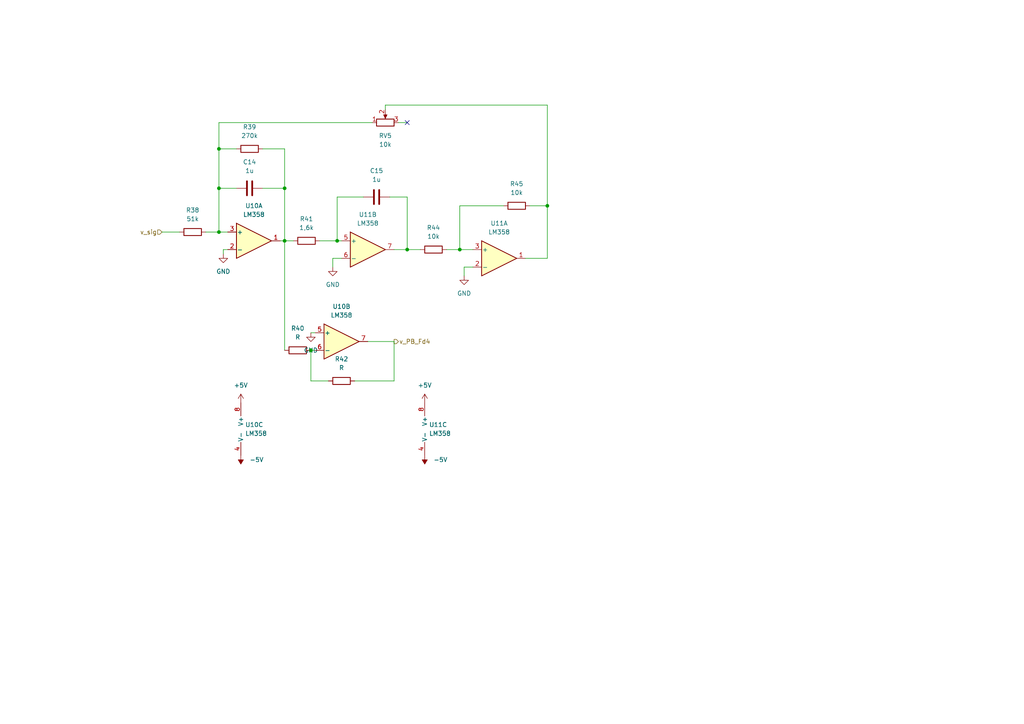
<source format=kicad_sch>
(kicad_sch (version 20211123) (generator eeschema)
  (paper "A4")
  (lib_symbols
    (symbol "Amplifier_Operational:LM358" (pin_names (offset 0.127))
      (property "Reference" "U" (at 0 5.08 0))
      (property "Value" "LM358" (at 0 -5.08 0))
      (symbol "LM358_1_1"
        (polyline (pts (xy -5.08 5.08) (xy 5.08 0) (xy -5.08 -5.08) (xy -5.08 5.08)) (stroke (width 0.254)) (fill (type background)))
        (pin output line (at 7.62 0 180) (length 2.54) (name "~") (number "1"))
        (pin input line (at -7.62 -2.54 0) (length 2.54) (name "-") (number "2"))
        (pin input line (at -7.62 2.54 0) (length 2.54) (name "+") (number "3"))
      )
      (symbol "LM358_2_1"
        (polyline (pts (xy -5.08 5.08) (xy 5.08 0) (xy -5.08 -5.08) (xy -5.08 5.08)) (stroke (width 0.254)) (fill (type background)))
        (pin input line (at -7.62 2.54 0) (length 2.54) (name "+") (number "5"))
        (pin input line (at -7.62 -2.54 0) (length 2.54) (name "-") (number "6"))
        (pin output line (at 7.62 0 180) (length 2.54) (name "~") (number "7"))
      )
      (symbol "LM358_3_1"
        (pin power_in line (at -2.54 -7.62 90) (length 3.81) (name "V-") (number "4"))
        (pin power_in line (at -2.54 7.62 270) (length 3.81) (name "V+") (number "8"))
      )
    )
    (symbol "Device:C" (pin_numbers hide) (pin_names (offset 0.254))
      (property "Reference" "C" (at 0.635 2.54 0))
      (property "Value" "C" (at 0.635 -2.54 0))
      (symbol "C_0_1"
        (polyline (pts (xy -2.032 -0.762) (xy 2.032 -0.762)) (stroke (width 0.508)))
        (polyline (pts (xy -2.032 0.762) (xy 2.032 0.762)) (stroke (width 0.508)))
      )
      (symbol "C_1_1"
        (pin passive line (at 0 3.81 270) (length 2.794) (name "~") (number "1"))
        (pin passive line (at 0 -3.81 90) (length 2.794) (name "~") (number "2"))
      )
    )
    (symbol "Device:R" (pin_numbers hide) (pin_names (offset 0))
      (property "Reference" "R" (at 2.032 0 90))
      (property "Value" "R" (at 0 0 90))
      (symbol "R_0_1"
        (rectangle (start -1.016 -2.54) (end 1.016 2.54) (stroke (width 0.254)))
      )
      (symbol "R_1_1"
        (pin passive line (at 0 3.81 270) (length 1.27) (name "~") (number "1"))
        (pin passive line (at 0 -3.81 90) (length 1.27) (name "~") (number "2"))
      )
    )
    (symbol "Device:R_Potentiometer" (pin_names (offset 1.016) hide)
      (property "Reference" "RV" (at -4.445 0 90))
      (property "Value" "R_Potentiometer" (at -2.54 0 90))
      (symbol "R_Potentiometer_0_1"
        (polyline (pts (xy 2.54 0) (xy 1.524 0)))
        (polyline (pts (xy 1.143 0) (xy 2.286 0.508) (xy 2.286 -0.508) (xy 1.143 0)) (fill (type outline)))
        (rectangle (start 1.016 2.54) (end -1.016 -2.54) (stroke (width 0.254)))
      )
      (symbol "R_Potentiometer_1_1"
        (pin passive line (at 0 3.81 270) (length 1.27) (name "1") (number "1"))
        (pin passive line (at 3.81 0 180) (length 1.27) (name "2") (number "2"))
        (pin passive line (at 0 -3.81 90) (length 1.27) (name "3") (number "3"))
      )
    )
    (symbol "power:+5V" (power) (pin_names (offset 0))
      (property "Value" "+5V" (at 0 3.556 0))
      (symbol "+5V_0_1"
        (polyline (pts (xy -0.762 1.27) (xy 0 2.54)))
        (polyline (pts (xy 0 0) (xy 0 2.54)))
        (polyline (pts (xy 0 2.54) (xy 0.762 1.27)))
      )
      (symbol "+5V_1_1"
        (pin power_in line (at 0 0 90) (length 0) hide (name "+5V") (number "1"))
      )
    )
    (symbol "power:-5V" (power) (pin_names (offset 0))
      (property "Value" "-5V" (at 0 3.81 0))
      (symbol "-5V_0_0"
        (pin power_in line (at 0 0 90) (length 0) hide (name "-5V") (number "1"))
      )
      (symbol "-5V_0_1"
        (polyline (pts (xy 0 0) (xy 0 1.27) (xy 0.762 1.27) (xy 0 2.54) (xy -0.762 1.27) (xy 0 1.27)) (fill (type outline)))
      )
    )
    (symbol "power:GND" (power) (pin_names (offset 0))
      (property "Value" "GND" (at 0 -3.81 0))
      (symbol "GND_0_1"
        (polyline (pts (xy 0 0) (xy 0 -1.27) (xy 1.27 -1.27) (xy 0 -2.54) (xy -1.27 -1.27) (xy 0 -1.27)))
      )
      (symbol "GND_1_1"
        (pin power_in line (at 0 0 270) (length 0) hide (name "GND") (number "1"))
      )
    )
  )
  (junction (at 63.5 43.18))
  (junction (at 133.35 72.39))
  (junction (at 97.79 69.85))
  (junction (at 82.55 54.61))
  (junction (at 90.17 101.6))
  (junction (at 158.75 59.69))
  (junction (at 63.5 67.31))
  (junction (at 118.11 72.39))
  (junction (at 63.5 54.61))
  (junction (at 82.55 69.85))
  (no_connect (at 118.11 35.56))
  (wire (pts (xy 105.41 57.15) (xy 97.79 57.15)))
  (wire (pts (xy 63.5 54.61) (xy 63.5 67.31)))
  (wire (pts (xy 129.54 72.39) (xy 133.35 72.39)))
  (wire (pts (xy 82.55 69.85) (xy 85.09 69.85)))
  (wire (pts (xy 134.62 77.47) (xy 137.16 77.47)))
  (wire (pts (xy 64.77 73.66) (xy 64.77 72.39)))
  (wire (pts (xy 64.77 72.39) (xy 66.04 72.39)))
  (wire (pts (xy 46.99 67.31) (xy 52.07 67.31)))
  (wire (pts (xy 82.55 54.61) (xy 82.55 69.85)))
  (wire (pts (xy 102.87 110.49) (xy 114.3 110.49)))
  (wire (pts (xy 63.5 35.56) (xy 63.5 43.18)))
  (wire (pts (xy 158.75 30.48) (xy 158.75 59.69)))
  (wire (pts (xy 63.5 67.31) (xy 66.04 67.31)))
  (wire (pts (xy 76.2 54.61) (xy 82.55 54.61)))
  (wire (pts (xy 114.3 110.49) (xy 114.3 99.06)))
  (wire (pts (xy 63.5 43.18) (xy 63.5 54.61)))
  (wire (pts (xy 158.75 59.69) (xy 153.67 59.69)))
  (wire (pts (xy 82.55 43.18) (xy 82.55 54.61)))
  (wire (pts (xy 59.69 67.31) (xy 63.5 67.31)))
  (wire (pts (xy 95.25 110.49) (xy 90.17 110.49)))
  (wire (pts (xy 68.58 43.18) (xy 63.5 43.18)))
  (wire (pts (xy 97.79 69.85) (xy 99.06 69.85)))
  (wire (pts (xy 68.58 54.61) (xy 63.5 54.61)))
  (wire (pts (xy 118.11 57.15) (xy 118.11 72.39)))
  (wire (pts (xy 114.3 72.39) (xy 118.11 72.39)))
  (wire (pts (xy 118.11 35.56) (xy 115.57 35.56)))
  (wire (pts (xy 76.2 43.18) (xy 82.55 43.18)))
  (wire (pts (xy 81.28 69.85) (xy 82.55 69.85)))
  (wire (pts (xy 118.11 72.39) (xy 121.92 72.39)))
  (wire (pts (xy 82.55 69.85) (xy 82.55 101.6)))
  (wire (pts (xy 113.03 57.15) (xy 118.11 57.15)))
  (wire (pts (xy 90.17 110.49) (xy 90.17 101.6)))
  (wire (pts (xy 111.76 30.48) (xy 158.75 30.48)))
  (wire (pts (xy 92.71 69.85) (xy 97.79 69.85)))
  (wire (pts (xy 90.17 101.6) (xy 91.44 101.6)))
  (wire (pts (xy 152.4 74.93) (xy 158.75 74.93)))
  (wire (pts (xy 97.79 57.15) (xy 97.79 69.85)))
  (wire (pts (xy 111.76 31.75) (xy 111.76 30.48)))
  (wire (pts (xy 114.3 99.06) (xy 106.68 99.06)))
  (wire (pts (xy 134.62 80.01) (xy 134.62 77.47)))
  (wire (pts (xy 158.75 74.93) (xy 158.75 59.69)))
  (wire (pts (xy 133.35 72.39) (xy 137.16 72.39)))
  (wire (pts (xy 133.35 59.69) (xy 133.35 72.39)))
  (wire (pts (xy 107.95 35.56) (xy 63.5 35.56)))
  (wire (pts (xy 96.52 74.93) (xy 96.52 77.47)))
  (wire (pts (xy 90.17 96.52) (xy 91.44 96.52)))
  (wire (pts (xy 99.06 74.93) (xy 96.52 74.93)))
  (wire (pts (xy 146.05 59.69) (xy 133.35 59.69)))
  (hierarchical_label "v_PB_Fd4" (shape output) (at 114.3 99.06 0))
  (hierarchical_label "v_sig" (shape input) (at 46.99 67.31 180))
  (symbol (lib_id "power:-5V") (at 123.19 132.08 180) (unit 1)
    (property "Reference" "#PWR061" (effects hide))
    (property "Value" "-5V" (at 125.73 133.3499 0) (effects (justify right)))
  )
  (symbol (lib_id "Device:R") (at 72.39 43.18 90) (unit 1)
    (property "Reference" "R39" (at 72.39 36.83 90))
    (property "Value" "270k" (at 72.39 39.37 90))
    (property "Footprint" "Resistor_SMD:R_0805_2012Metric" (effects hide))
  )
  (symbol (lib_id "Amplifier_Operational:LM358") (at 72.39 124.46 0) (unit 3)
    (property "Reference" "U10" (at 71.12 123.1899 0) (effects (justify left)))
    (property "Value" "LM358" (at 71.12 125.7299 0) (effects (justify left)))
    (property "Footprint" "Package_DIP:DIP-8_W7.62mm" (effects hide))
    (property "Datasheet" "http://www.ti.com/lit/ds/symlink/lm2904-n.pdf" (effects hide))
  )
  (symbol (lib_id "Device:R_Potentiometer") (at 111.76 35.56 90) (unit 1)
    (property "Reference" "RV5" (at 111.76 39.37 90))
    (property "Value" "10k" (at 111.76 41.91 90))
    (property "Footprint" "POT:POT_emz_marc" (effects hide))
  )
  (symbol (lib_id "Device:R") (at 88.9 69.85 90) (unit 1)
    (property "Reference" "R41" (at 88.9 63.5 90))
    (property "Value" "1,6k" (at 88.9 66.04 90))
    (property "Footprint" "Resistor_SMD:R_0805_2012Metric" (effects hide))
  )
  (symbol (lib_id "Device:R") (at 125.73 72.39 90) (unit 1)
    (property "Reference" "R44" (at 125.73 66.04 90))
    (property "Value" "10k" (at 125.73 68.58 90))
    (property "Footprint" "Resistor_SMD:R_0805_2012Metric" (effects hide))
  )
  (symbol (lib_id "Device:R") (at 149.86 59.69 90) (unit 1)
    (property "Reference" "R45" (at 149.86 53.34 90))
    (property "Value" "10k" (at 149.86 55.88 90))
    (property "Footprint" "Resistor_SMD:R_0805_2012Metric" (effects hide))
  )
  (symbol (lib_id "Device:R") (at 86.36 101.6 90) (unit 1)
    (property "Reference" "R40" (at 86.36 95.25 90))
    (property "Value" "R" (at 86.36 97.79 90))
    (property "Footprint" "Resistor_SMD:R_0805_2012Metric" (effects hide))
  )
  (symbol (lib_id "Device:R") (at 55.88 67.31 90) (unit 1)
    (property "Reference" "R38" (at 55.88 60.96 90))
    (property "Value" "51k" (at 55.88 63.5 90))
    (property "Footprint" "Resistor_SMD:R_0805_2012Metric" (effects hide))
  )
  (symbol (lib_id "power:+5V") (at 123.19 116.84 0) (unit 1)
    (property "Reference" "#PWR060" (effects hide))
    (property "Value" "+5V" (at 123.19 111.76 0))
  )
  (symbol (lib_id "power:GND") (at 96.52 77.47 0) (unit 1)
    (property "Reference" "#PWR028" (effects hide))
    (property "Value" "GND" (at 96.52 82.55 0))
  )
  (symbol (lib_id "Amplifier_Operational:LM358") (at 73.66 69.85 0) (unit 1)
    (property "Reference" "U10" (at 73.66 59.69 0))
    (property "Value" "LM358" (at 73.66 62.23 0))
    (property "Footprint" "Package_DIP:DIP-8_W7.62mm" (effects hide))
    (property "Datasheet" "http://www.ti.com/lit/ds/symlink/lm2904-n.pdf" (effects hide))
  )
  (symbol (lib_id "Device:C") (at 72.39 54.61 90) (unit 1)
    (property "Reference" "C14" (at 72.39 46.99 90))
    (property "Value" "1u" (at 72.39 49.53 90))
    (property "Footprint" "Capacitor_THT:CP_Radial_D5.0mm_P2.50mm" (effects hide))
  )
  (symbol (lib_id "Device:R") (at 99.06 110.49 90) (unit 1)
    (property "Reference" "R42" (at 99.06 104.14 90))
    (property "Value" "R" (at 99.06 106.68 90))
    (property "Footprint" "Resistor_SMD:R_0805_2012Metric" (effects hide))
  )
  (symbol (lib_id "power:-5V") (at 69.85 132.08 180) (unit 1)
    (property "Reference" "#PWR059" (effects hide))
    (property "Value" "-5V" (at 72.39 133.3499 0) (effects (justify right)))
  )
  (symbol (lib_id "power:+5V") (at 69.85 116.84 0) (unit 1)
    (property "Reference" "#PWR058" (effects hide))
    (property "Value" "+5V" (at 69.85 111.76 0))
  )
  (symbol (lib_id "power:GND") (at 64.77 73.66 0) (unit 1)
    (property "Reference" "#PWR026" (effects hide))
    (property "Value" "GND" (at 64.77 78.74 0))
  )
  (symbol (lib_id "Device:C") (at 109.22 57.15 90) (unit 1)
    (property "Reference" "C15" (at 109.22 49.53 90))
    (property "Value" "1u" (at 109.22 52.07 90))
    (property "Footprint" "Capacitor_THT:CP_Radial_D5.0mm_P2.50mm" (effects hide))
  )
  (symbol (lib_id "power:GND") (at 90.17 96.52 0) (unit 1)
    (property "Reference" "#PWR027" (effects hide))
    (property "Value" "GND" (at 90.17 101.6 0))
  )
  (symbol (lib_id "Amplifier_Operational:LM358") (at 125.73 124.46 0) (unit 3)
    (property "Reference" "U11" (at 124.46 123.1899 0) (effects (justify left)))
    (property "Value" "LM358" (at 124.46 125.7299 0) (effects (justify left)))
    (property "Footprint" "Package_DIP:DIP-8_W7.62mm" (effects hide))
    (property "Datasheet" "http://www.ti.com/lit/ds/symlink/lm2904-n.pdf" (effects hide))
  )
  (symbol (lib_id "Amplifier_Operational:LM358") (at 144.78 74.93 0) (unit 1)
    (property "Reference" "U11" (at 144.78 64.77 0))
    (property "Value" "LM358" (at 144.78 67.31 0))
    (property "Footprint" "Package_DIP:DIP-8_W7.62mm" (effects hide))
    (property "Datasheet" "http://www.ti.com/lit/ds/symlink/lm2904-n.pdf" (effects hide))
  )
  (symbol (lib_id "Amplifier_Operational:LM358") (at 106.68 72.39 0) (unit 2)
    (property "Reference" "U11" (at 106.68 62.23 0))
    (property "Value" "LM358" (at 106.68 64.77 0))
    (property "Footprint" "Package_DIP:DIP-8_W7.62mm" (effects hide))
    (property "Datasheet" "http://www.ti.com/lit/ds/symlink/lm2904-n.pdf" (effects hide))
  )
  (symbol (lib_id "power:GND") (at 134.62 80.01 0) (unit 1)
    (property "Reference" "#PWR029" (effects hide))
    (property "Value" "GND" (at 134.62 85.09 0))
  )
  (symbol (lib_id "Amplifier_Operational:LM358") (at 99.06 99.06 0) (unit 2)
    (property "Reference" "U10" (at 99.06 88.9 0))
    (property "Value" "LM358" (at 99.06 91.44 0))
    (property "Footprint" "Package_DIP:DIP-8_W7.62mm" (effects hide))
    (property "Datasheet" "http://www.ti.com/lit/ds/symlink/lm2904-n.pdf" (effects hide))
  )
)
</source>
